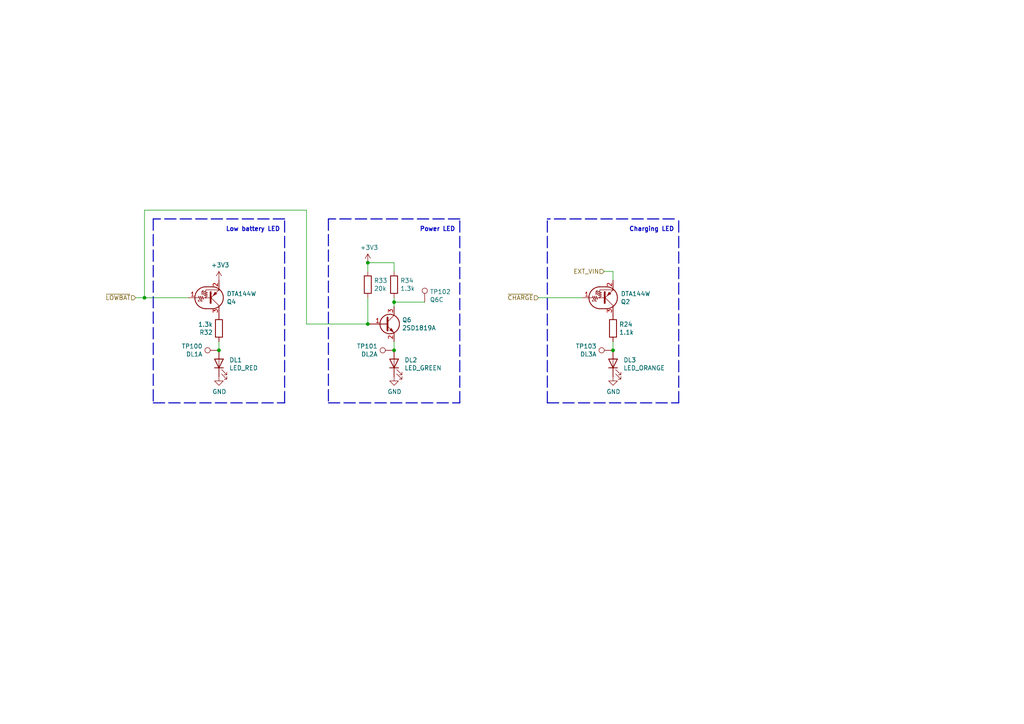
<source format=kicad_sch>
(kicad_sch (version 20211123) (generator eeschema)
  (paper "A4")
  (title_block (title "AGS-CPU-11 - LEDs") (date "2021-07-26") (rev "C") (company "https://gekkio.fi") (comment 1 "https://github.com/Gekkio/gb-schematics"))
  (lib_symbols
    (symbol "Connector:TestPoint" (pin_numbers hide) (pin_names (offset 0.762) hide)
      (property "Reference" "TP" (at 0 6.858 0))
      (property "Value" "TestPoint" (at 0 5.08 0))
      (symbol "TestPoint_0_1"
        (circle (center 0 3.302) (radius 0.762))
      )
      (symbol "TestPoint_1_1"
        (pin passive line (at 0 0 90) (length 2.54) (name "1") (number "1"))
      )
    )
    (symbol "Device:LED" (pin_numbers hide) (pin_names (offset 1.016) hide)
      (property "Reference" "D" (at 0 2.54 0))
      (property "Value" "LED" (at 0 -2.54 0))
      (symbol "LED_0_1"
        (polyline (pts (xy -1.27 -1.27) (xy -1.27 1.27)) (stroke (width 0.254)))
        (polyline (pts (xy -1.27 0) (xy 1.27 0)))
        (polyline (pts (xy 1.27 -1.27) (xy 1.27 1.27) (xy -1.27 0) (xy 1.27 -1.27)) (stroke (width 0.254)))
        (polyline (pts (xy -3.048 -0.762) (xy -4.572 -2.286) (xy -3.81 -2.286) (xy -4.572 -2.286) (xy -4.572 -1.524)))
        (polyline (pts (xy -1.778 -0.762) (xy -3.302 -2.286) (xy -2.54 -2.286) (xy -3.302 -2.286) (xy -3.302 -1.524)))
      )
      (symbol "LED_1_1"
        (pin passive line (at -3.81 0 0) (length 2.54) (name "K") (number "1"))
        (pin passive line (at 3.81 0 180) (length 2.54) (name "A") (number "2"))
      )
    )
    (symbol "Device:Q_NPN_BEC" (pin_names (offset 0) hide)
      (property "Reference" "Q" (at 5.08 1.27 0))
      (property "Value" "Q_NPN_BEC" (at 5.08 -1.27 0))
      (symbol "Q_NPN_BEC_0_1"
        (polyline (pts (xy 0.635 0.635) (xy 2.54 2.54)))
        (polyline (pts (xy 0.635 -0.635) (xy 2.54 -2.54) (xy 2.54 -2.54)))
        (polyline (pts (xy 0.635 1.905) (xy 0.635 -1.905) (xy 0.635 -1.905)) (stroke (width 0.508)))
        (polyline (pts (xy 1.27 -1.778) (xy 1.778 -1.27) (xy 2.286 -2.286) (xy 1.27 -1.778) (xy 1.27 -1.778)) (fill (type outline)))
        (circle (center 1.27 0) (radius 2.8194) (stroke (width 0.254)))
      )
      (symbol "Q_NPN_BEC_1_1"
        (pin input line (at -5.08 0 0) (length 5.715) (name "B") (number "1"))
        (pin passive line (at 2.54 -5.08 90) (length 2.54) (name "E") (number "2"))
        (pin passive line (at 2.54 5.08 270) (length 2.54) (name "C") (number "3"))
      )
    )
    (symbol "Device:R" (pin_numbers hide) (pin_names (offset 0))
      (property "Reference" "R" (at 2.032 0 90))
      (property "Value" "R" (at 0 0 90))
      (symbol "R_0_1"
        (rectangle (start -1.016 -2.54) (end 1.016 2.54) (stroke (width 0.254)))
      )
      (symbol "R_1_1"
        (pin passive line (at 0 3.81 270) (length 1.27) (name "~") (number "1"))
        (pin passive line (at 0 -3.81 90) (length 1.27) (name "~") (number "2"))
      )
    )
    (symbol "Transistor_BJT:DTA144W" (pin_names (offset 0) hide)
      (property "Reference" "Q" (at 5.08 1.905 0))
      (property "Value" "DTA144W" (at 5.08 0 0))
      (symbol "DTA144W_0_0"
        (text "22k" (at -2.159 -1.524 900) (effects (font (size 0.508 0.508))))
        (text "47k" (at -2.921 0.889 0) (effects (font (size 0.508 0.508))))
      )
      (symbol "DTA144W_0_1"
        (circle (center -1.27 0) (radius 0.127))
        (arc (start -1.27 3.175) (mid -4.445 0) (end -1.27 -3.175) (stroke (width 0.254)))
        (polyline (pts (xy -3.429 0) (xy -3.81 0)))
        (polyline (pts (xy -1.27 -3.175) (xy 0.635 -3.175)) (stroke (width 0.254)))
        (polyline (pts (xy -1.27 3.175) (xy 0.635 3.175)) (stroke (width 0.254)))
        (polyline (pts (xy 0 -0.254) (xy 2.54 2.286)))
        (polyline (pts (xy 0.127 1.524) (xy 0.127 -1.651)) (stroke (width 0.508)) (fill (type outline)))
        (polyline (pts (xy 2.54 2.286) (xy 2.54 2.54)))
        (polyline (pts (xy 2.54 -2.286) (xy 0 0.254) (xy 0 0.254)))
        (polyline (pts (xy 1.397 -1.651) (xy 1.905 -1.143) (xy 0.889 -0.635) (xy 1.397 -1.651)) (fill (type outline)))
        (polyline (pts (xy 0 0) (xy -1.905 0) (xy -2.032 0.508) (xy -2.286 -0.508) (xy -2.54 0.508) (xy -2.794 -0.508) (xy -3.048 0.508) (xy -3.302 -0.508) (xy -3.429 0)))
        (polyline (pts (xy -1.27 0) (xy -1.27 -0.381) (xy -0.762 -0.508) (xy -1.778 -0.762) (xy -0.762 -1.016) (xy -1.778 -1.27) (xy -0.762 -1.524) (xy -1.778 -1.778) (xy -1.27 -1.905) (xy -1.27 -2.286) (xy 2.54 -2.286)))
        (arc (start 0.635 -3.175) (mid 3.81 0) (end 0.635 3.175) (stroke (width 0.254)))
        (circle (center 2.54 -2.286) (radius 0.127))
      )
      (symbol "DTA144W_1_1"
        (pin input line (at -6.35 0 0) (length 2.54) (name "B") (number "1"))
        (pin passive line (at 2.54 -5.08 90) (length 2.54) (name "E") (number "2"))
        (pin passive line (at 2.54 5.08 270) (length 2.54) (name "C") (number "3"))
      )
    )
    (symbol "power:+3V3" (power) (pin_names (offset 0))
      (property "Value" "+3V3" (at 0 3.556 0))
      (symbol "+3V3_0_1"
        (polyline (pts (xy -0.762 1.27) (xy 0 2.54)))
        (polyline (pts (xy 0 0) (xy 0 2.54)))
        (polyline (pts (xy 0 2.54) (xy 0.762 1.27)))
      )
      (symbol "+3V3_1_1"
        (pin power_in line (at 0 0 90) (length 0) hide (name "+3V3") (number "1"))
      )
    )
    (symbol "power:GND" (power) (pin_names (offset 0))
      (property "Value" "GND" (at 0 -3.81 0))
      (symbol "GND_0_1"
        (polyline (pts (xy 0 0) (xy 0 -1.27) (xy 1.27 -1.27) (xy 0 -2.54) (xy -1.27 -1.27) (xy 0 -1.27)))
      )
      (symbol "GND_1_1"
        (pin power_in line (at 0 0 270) (length 0) hide (name "GND") (number "1"))
      )
    )
  )
  (junction (at 114.3 87.63))
  (junction (at 177.8 101.6))
  (junction (at 106.68 93.98))
  (junction (at 41.91 86.36))
  (junction (at 63.5 101.6))
  (junction (at 106.68 76.2))
  (junction (at 114.3 101.6))
  (polyline (pts (xy 44.45 116.84) (xy 82.55 116.84)) (stroke (width 0.3)))
  (wire (pts (xy 156.21 86.36) (xy 168.91 86.36)))
  (wire (pts (xy 114.3 76.2) (xy 114.3 78.74)))
  (polyline (pts (xy 95.25 116.84) (xy 133.35 116.84)) (stroke (width 0.3)))
  (wire (pts (xy 123.19 87.63) (xy 114.3 87.63)))
  (polyline (pts (xy 82.55 116.84) (xy 82.55 63.5)) (stroke (width 0.3)))
  (wire (pts (xy 41.91 60.96) (xy 88.9 60.96)))
  (wire (pts (xy 177.8 99.06) (xy 177.8 101.6)))
  (wire (pts (xy 39.37 86.36) (xy 41.91 86.36)))
  (wire (pts (xy 106.68 76.2) (xy 106.68 78.74)))
  (polyline (pts (xy 133.35 116.84) (xy 133.35 63.5)) (stroke (width 0.3)))
  (wire (pts (xy 41.91 86.36) (xy 41.91 60.96)))
  (polyline (pts (xy 133.35 63.5) (xy 95.25 63.5)) (stroke (width 0.3)))
  (wire (pts (xy 41.91 86.36) (xy 54.61 86.36)))
  (wire (pts (xy 106.68 76.2) (xy 114.3 76.2)))
  (wire (pts (xy 114.3 86.36) (xy 114.3 87.63)))
  (polyline (pts (xy 82.55 63.5) (xy 44.45 63.5)) (stroke (width 0.3)))
  (wire (pts (xy 88.9 60.96) (xy 88.9 93.98)))
  (polyline (pts (xy 196.85 116.84) (xy 196.85 63.5)) (stroke (width 0.3)))
  (wire (pts (xy 114.3 99.06) (xy 114.3 101.6)))
  (wire (pts (xy 63.5 99.06) (xy 63.5 101.6)))
  (polyline (pts (xy 44.45 63.5) (xy 44.45 116.84)) (stroke (width 0.3)))
  (polyline (pts (xy 95.25 63.5) (xy 95.25 116.84)) (stroke (width 0.3)))
  (polyline (pts (xy 158.75 116.84) (xy 196.85 116.84)) (stroke (width 0.3)))
  (wire (pts (xy 175.26 78.74) (xy 177.8 78.74)))
  (polyline (pts (xy 158.75 116.84) (xy 158.75 63.5)) (stroke (width 0.3)))
  (wire (pts (xy 114.3 87.63) (xy 114.3 88.9)))
  (polyline (pts (xy 195.58 63.5) (xy 158.75 63.5)) (stroke (width 0.3)))
  (wire (pts (xy 177.8 81.28) (xy 177.8 78.74)))
  (wire (pts (xy 106.68 86.36) (xy 106.68 93.98)))
  (wire (pts (xy 88.9 93.98) (xy 106.68 93.98)))
  (text "Charging LED" (at 195.58 67.31 180) (effects (font (size 1.27 1.27) (thickness 0.254) bold) (justify right bottom)))
  (text "Power LED" (at 132.08 67.31 180) (effects (font (size 1.27 1.27) (thickness 0.254) bold) (justify right bottom)))
  (text "Low battery LED" (at 81.28 67.31 180) (effects (font (size 1.27 1.27) (thickness 0.254) bold) (justify right bottom)))
  (hierarchical_label "~{CHARGE}" (shape input) (at 156.21 86.36 180))
  (hierarchical_label "EXT_VIN" (shape input) (at 175.26 78.74 180))
  (hierarchical_label "~{LOWBAT}" (shape input) (at 39.37 86.36 180))
  (symbol (lib_id "Transistor_BJT:DTA144W") (at 60.96 86.36 0) (mirror x) (unit 1)
    (property "Reference" "Q4" (at 65.7352 87.5284 0) (effects (justify left)))
    (property "Value" "DTA144W" (at 65.7352 85.217 0) (effects (justify left)))
  )
  (symbol (lib_id "Device:R") (at 63.5 95.25 180) (unit 1)
    (property "Reference" "R32" (at 61.722 96.4184 0) (effects (justify left)))
    (property "Value" "1.3k" (at 61.722 94.107 0) (effects (justify left)))
  )
  (symbol (lib_id "power:+3V3") (at 63.5 81.28 0) (unit 1)
    (property "Reference" "#PWR0208" (effects hide))
    (property "Value" "+3V3" (at 63.881 76.8858 0))
  )
  (symbol (lib_id "Connector:TestPoint") (at 63.5 101.6 90) (unit 1)
    (property "Reference" "TP100" (at 58.7502 100.4316 90) (effects (justify left)))
    (property "Value" "DL1A" (at 58.7502 102.743 90) (effects (justify left)))
  )
  (symbol (lib_id "Device:LED") (at 63.5 105.41 90) (unit 1)
    (property "Reference" "DL1" (at 66.4972 104.4194 90) (effects (justify right)))
    (property "Value" "LED_RED" (at 66.4972 106.7308 90) (effects (justify right)))
  )
  (symbol (lib_id "power:GND") (at 63.5 109.22 0) (unit 1)
    (property "Reference" "#PWR0209" (effects hide))
    (property "Value" "GND" (at 63.627 113.6142 0))
  )
  (symbol (lib_id "Device:R") (at 114.3 82.55 0) (unit 1)
    (property "Reference" "R34" (at 116.078 81.3816 0) (effects (justify left)))
    (property "Value" "1.3k" (at 116.078 83.693 0) (effects (justify left)))
  )
  (symbol (lib_id "Device:R") (at 106.68 82.55 0) (unit 1)
    (property "Reference" "R33" (at 108.458 81.3816 0) (effects (justify left)))
    (property "Value" "20k" (at 108.458 83.693 0) (effects (justify left)))
  )
  (symbol (lib_id "Device:Q_NPN_BEC") (at 111.76 93.98 0) (unit 1)
    (property "Reference" "Q6" (at 116.6114 92.8116 0) (effects (justify left)))
    (property "Value" "2SD1819A" (at 116.6114 95.123 0) (effects (justify left)))
  )
  (symbol (lib_id "power:+3V3") (at 106.68 76.2 0) (unit 1)
    (property "Reference" "#PWR0210" (effects hide))
    (property "Value" "+3V3" (at 107.061 71.8058 0))
  )
  (symbol (lib_id "Connector:TestPoint") (at 123.19 87.63 0) (unit 1)
    (property "Reference" "TP102" (at 124.6632 84.6328 0) (effects (justify left)))
    (property "Value" "Q6C" (at 124.6632 86.9442 0) (effects (justify left)))
  )
  (symbol (lib_id "Device:LED") (at 114.3 105.41 90) (unit 1)
    (property "Reference" "DL2" (at 117.2972 104.4194 90) (effects (justify right)))
    (property "Value" "LED_GREEN" (at 117.2972 106.7308 90) (effects (justify right)))
  )
  (symbol (lib_id "Connector:TestPoint") (at 114.3 101.6 90) (unit 1)
    (property "Reference" "TP101" (at 109.5502 100.4316 90) (effects (justify left)))
    (property "Value" "DL2A" (at 109.5502 102.743 90) (effects (justify left)))
  )
  (symbol (lib_id "power:GND") (at 114.3 109.22 0) (unit 1)
    (property "Reference" "#PWR0211" (effects hide))
    (property "Value" "GND" (at 114.427 113.6142 0))
  )
  (symbol (lib_id "Connector:TestPoint") (at 177.8 101.6 90) (unit 1)
    (property "Reference" "TP103" (at 173.0502 100.4316 90) (effects (justify left)))
    (property "Value" "DL3A" (at 173.0502 102.743 90) (effects (justify left)))
  )
  (symbol (lib_id "Device:LED") (at 177.8 105.41 90) (unit 1)
    (property "Reference" "DL3" (at 180.7972 104.4194 90) (effects (justify right)))
    (property "Value" "LED_ORANGE" (at 180.7972 106.7308 90) (effects (justify right)))
  )
  (symbol (lib_id "power:GND") (at 177.8 109.22 0) (unit 1)
    (property "Reference" "#PWR0212" (effects hide))
    (property "Value" "GND" (at 177.927 113.6142 0))
  )
  (symbol (lib_id "Device:R") (at 177.8 95.25 0) (unit 1)
    (property "Reference" "R24" (at 179.578 94.0816 0) (effects (justify left)))
    (property "Value" "1.1k" (at 179.578 96.393 0) (effects (justify left)))
  )
  (symbol (lib_id "Transistor_BJT:DTA144W") (at 175.26 86.36 0) (mirror x) (unit 1)
    (property "Reference" "Q2" (at 180.0352 87.5284 0) (effects (justify left)))
    (property "Value" "DTA144W" (at 180.0352 85.217 0) (effects (justify left)))
  )
)
</source>
